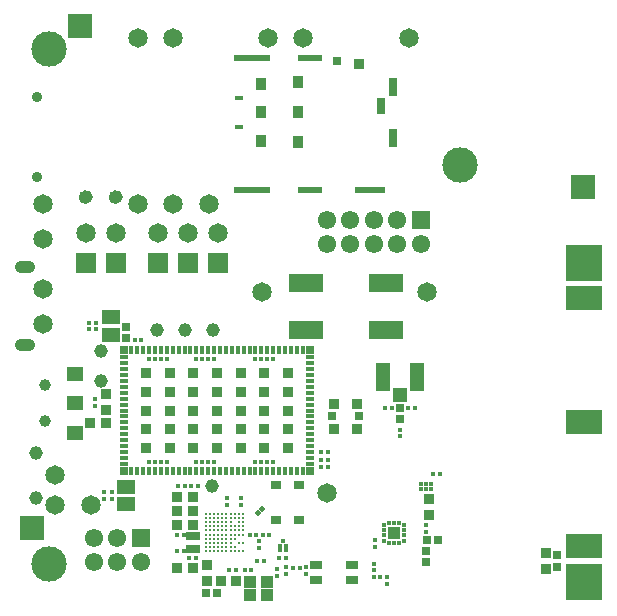
<source format=gts>
G04*
G04 #@! TF.GenerationSoftware,Altium Limited,Altium Designer,21.0.9 (235)*
G04*
G04 Layer_Color=8388736*
%FSLAX24Y24*%
%MOIN*%
G70*
G04*
G04 #@! TF.SameCoordinates,7913F74A-1B9B-402C-A4C5-A7CF04877313*
G04*
G04*
G04 #@! TF.FilePolarity,Negative*
G04*
G01*
G75*
%ADD66C,0.0240*%
%ADD67C,0.0454*%
%ADD68C,0.0651*%
%ADD69R,0.0166X0.0178*%
%ADD70R,0.0146X0.0157*%
%ADD71R,0.0157X0.0146*%
%ADD72R,0.0611X0.0493*%
%ADD73R,0.0375X0.0355*%
%ADD74R,0.0355X0.0375*%
%ADD75R,0.0257X0.0316*%
%ADD76R,0.0296X0.0257*%
%ADD77R,0.0138X0.0138*%
%ADD78R,0.0454X0.0473*%
%ADD79R,0.0473X0.0926*%
%ADD80R,0.0178X0.0166*%
%ADD81R,0.0336X0.0316*%
%ADD82R,0.0532X0.0454*%
%ADD83R,0.0454X0.0257*%
%ADD84C,0.0110*%
%ADD85R,0.0375X0.0355*%
%ADD86R,0.0288X0.0257*%
%ADD87R,0.1143X0.0611*%
%ADD88R,0.1143X0.0607*%
%ADD89R,0.0434X0.0276*%
%ADD90R,0.0787X0.0787*%
%ADD91R,0.0336X0.0414*%
%ADD92R,0.0296X0.0178*%
%ADD93R,0.1202X0.0237*%
%ADD94R,0.0808X0.0237*%
%ADD95R,0.0296X0.0296*%
%ADD96R,0.0336X0.0355*%
%ADD97R,0.0257X0.0611*%
%ADD98R,0.0316X0.0532*%
%ADD99R,0.1005X0.0237*%
%ADD100R,0.0354X0.0354*%
%ADD101R,0.0157X0.0157*%
%ADD102R,0.0252X0.0157*%
%ADD103R,0.0157X0.0252*%
%ADD104R,0.0252X0.0252*%
%ADD105R,0.1241X0.1241*%
%ADD106R,0.1241X0.0847*%
%ADD107R,0.0257X0.0296*%
%ADD108R,0.0158X0.0139*%
%ADD109R,0.0316X0.0257*%
%ADD110R,0.0434X0.0395*%
%ADD111C,0.0139*%
%ADD112R,0.0441X0.0441*%
%ADD113R,0.0146X0.0138*%
%ADD114R,0.0138X0.0146*%
%ADD115R,0.0787X0.0787*%
G04:AMPARAMS|DCode=116|XSize=17.8mil|YSize=16.6mil|CornerRadius=0mil|HoleSize=0mil|Usage=FLASHONLY|Rotation=135.000|XOffset=0mil|YOffset=0mil|HoleType=Round|Shape=Rectangle|*
%AMROTATEDRECTD116*
4,1,4,0.0122,-0.0004,0.0004,-0.0122,-0.0122,0.0004,-0.0004,0.0122,0.0122,-0.0004,0.0*
%
%ADD116ROTATEDRECTD116*%

%ADD117C,0.0611*%
%ADD118R,0.0611X0.0611*%
%ADD119C,0.0395*%
%ADD120C,0.0462*%
%ADD121O,0.0690X0.0414*%
%ADD122C,0.1181*%
%ADD123C,0.0354*%
%ADD124R,0.0651X0.0651*%
D66*
X2689Y13600D02*
G03*
X2689Y13600I-110J0D01*
G01*
X2711D02*
G03*
X2711Y13600I-110J0D01*
G01*
X3711D02*
G03*
X3711Y13600I-110J0D01*
G01*
X3689D02*
G03*
X3689Y13600I-110J0D01*
G01*
D67*
X3110Y8465D02*
D03*
Y7480D02*
D03*
X6831Y9154D02*
D03*
X5906D02*
D03*
X4980D02*
D03*
X6800Y3958D02*
D03*
D68*
X2756Y3346D02*
D03*
X13976Y10433D02*
D03*
X8465D02*
D03*
X1181Y9370D02*
D03*
X6693Y13386D02*
D03*
X1575Y4331D02*
D03*
X1575Y3346D02*
D03*
X1181Y10551D02*
D03*
X1181Y12205D02*
D03*
X1181Y13386D02*
D03*
X5512Y13386D02*
D03*
X4331D02*
D03*
X13386Y18898D02*
D03*
X9843D02*
D03*
X5512D02*
D03*
X4331D02*
D03*
X8661D02*
D03*
X10630Y3740D02*
D03*
X2590Y12400D02*
D03*
X3590D02*
D03*
X6990Y12400D02*
D03*
X5990Y12400D02*
D03*
X4990Y12400D02*
D03*
D69*
X6342Y3970D02*
D03*
X6118D02*
D03*
X4445Y8830D02*
D03*
X4221D02*
D03*
X9051Y1555D02*
D03*
X9276D02*
D03*
X14170Y4369D02*
D03*
X14395Y4369D02*
D03*
X7381Y1169D02*
D03*
X7606Y1169D02*
D03*
X8112Y1169D02*
D03*
X7888D02*
D03*
X8527Y1466D02*
D03*
X8302D02*
D03*
X10662Y4600D02*
D03*
X10438D02*
D03*
X10662Y4850D02*
D03*
X10438D02*
D03*
X10662Y5100D02*
D03*
X10438D02*
D03*
X8059Y2353D02*
D03*
X8283D02*
D03*
X6041Y1582D02*
D03*
X6266D02*
D03*
X12193Y929D02*
D03*
X12417D02*
D03*
X9499Y1250D02*
D03*
X9723D02*
D03*
X5862Y1820D02*
D03*
X5638D02*
D03*
X5862Y2340D02*
D03*
X5638D02*
D03*
X8489Y2353D02*
D03*
X8713D02*
D03*
D70*
X5678Y3970D02*
D03*
X5902D02*
D03*
X12564Y6575D02*
D03*
X12789D02*
D03*
X13352D02*
D03*
X13577D02*
D03*
D71*
X2945Y9415D02*
D03*
Y9190D02*
D03*
X2689Y9415D02*
D03*
Y9190D02*
D03*
X2916Y6650D02*
D03*
Y6875D02*
D03*
X3457Y3765D02*
D03*
Y3540D02*
D03*
X3201Y3765D02*
D03*
Y3540D02*
D03*
X13070Y5629D02*
D03*
Y5853D02*
D03*
D72*
X3939Y3948D02*
D03*
Y3357D02*
D03*
X3428Y9597D02*
D03*
Y9007D02*
D03*
D73*
X3270Y7028D02*
D03*
Y6497D02*
D03*
X14037Y3535D02*
D03*
Y3004D02*
D03*
X17920Y1746D02*
D03*
Y1214D02*
D03*
X6633Y816D02*
D03*
Y1347D02*
D03*
D74*
X2729Y6054D02*
D03*
X3260D02*
D03*
X7619Y792D02*
D03*
X7088D02*
D03*
X6156Y1240D02*
D03*
X5624D02*
D03*
X6157Y2684D02*
D03*
X5625D02*
D03*
X5625Y3604D02*
D03*
X6157D02*
D03*
X5625Y3144D02*
D03*
X6157D02*
D03*
D75*
X3949Y8908D02*
D03*
Y9282D02*
D03*
X13935Y1806D02*
D03*
Y1432D02*
D03*
X13071Y6565D02*
D03*
Y6191D02*
D03*
D76*
X14350Y2168D02*
D03*
X13956D02*
D03*
D77*
X13780Y3886D02*
D03*
X13937Y3886D02*
D03*
X14094Y3886D02*
D03*
X13780Y4043D02*
D03*
X13937Y4043D02*
D03*
X14094Y4043D02*
D03*
D78*
X13071Y6998D02*
D03*
D79*
X13652Y7598D02*
D03*
X12490Y7598D02*
D03*
D80*
X13935Y2671D02*
D03*
Y2447D02*
D03*
X9281Y1262D02*
D03*
Y1038D02*
D03*
X8386Y2135D02*
D03*
Y1911D02*
D03*
X8970Y968D02*
D03*
Y1192D02*
D03*
X12193Y1381D02*
D03*
Y1157D02*
D03*
X12633Y707D02*
D03*
X12633Y931D02*
D03*
X12243Y2161D02*
D03*
Y1937D02*
D03*
X7303Y3349D02*
D03*
Y3574D02*
D03*
X7774Y3349D02*
D03*
Y3574D02*
D03*
X9941Y1262D02*
D03*
Y1038D02*
D03*
D81*
X9694Y3988D02*
D03*
X8946D02*
D03*
X9694Y2827D02*
D03*
X8946D02*
D03*
D82*
X2244Y5748D02*
D03*
Y6732D02*
D03*
Y7717D02*
D03*
D83*
X6170Y1861D02*
D03*
Y2295D02*
D03*
D84*
X7696Y1802D02*
D03*
X7558D02*
D03*
X7420D02*
D03*
X7282D02*
D03*
X7145D02*
D03*
X7007D02*
D03*
X6869D02*
D03*
X6731D02*
D03*
X6593D02*
D03*
X7558Y1939D02*
D03*
X7420D02*
D03*
X7282D02*
D03*
X7145D02*
D03*
X7007D02*
D03*
X6869D02*
D03*
X6731D02*
D03*
X6593D02*
D03*
X7420Y2077D02*
D03*
X7282D02*
D03*
X7145D02*
D03*
X7007D02*
D03*
X6869D02*
D03*
X6731D02*
D03*
X6593D02*
D03*
X7558Y2215D02*
D03*
X7420D02*
D03*
X7282D02*
D03*
X7145D02*
D03*
X7007D02*
D03*
X6869D02*
D03*
X6731D02*
D03*
X6593D02*
D03*
X7834Y2353D02*
D03*
X7696D02*
D03*
X7558D02*
D03*
X7420D02*
D03*
X7282D02*
D03*
X7145D02*
D03*
X7007D02*
D03*
X6869D02*
D03*
X6731D02*
D03*
X6593D02*
D03*
X7834Y2491D02*
D03*
X7696D02*
D03*
X7558D02*
D03*
X7420D02*
D03*
X7282D02*
D03*
X7145D02*
D03*
X7007D02*
D03*
X6869D02*
D03*
X6731D02*
D03*
X6593D02*
D03*
X7834Y2628D02*
D03*
X7696D02*
D03*
X7558D02*
D03*
X7420D02*
D03*
X7282D02*
D03*
X7145D02*
D03*
X7007D02*
D03*
X6869D02*
D03*
X6731D02*
D03*
X6593D02*
D03*
X7834Y2766D02*
D03*
X7696D02*
D03*
X7420D02*
D03*
X7282D02*
D03*
X7145D02*
D03*
X7007D02*
D03*
X6869D02*
D03*
X6731D02*
D03*
X6593D02*
D03*
X7834Y2904D02*
D03*
X7696D02*
D03*
X7558D02*
D03*
X7420D02*
D03*
X7282D02*
D03*
X7145D02*
D03*
X7007D02*
D03*
X6869D02*
D03*
X6731D02*
D03*
X6593D02*
D03*
X7834Y3042D02*
D03*
X7696D02*
D03*
X7558D02*
D03*
X7420D02*
D03*
X7282D02*
D03*
X7145D02*
D03*
X7007D02*
D03*
X6869D02*
D03*
X6731D02*
D03*
X7834Y1802D02*
D03*
X7696Y2077D02*
D03*
X7834D02*
D03*
X6593Y3042D02*
D03*
D85*
X10881Y5887D02*
D03*
Y6694D02*
D03*
X11629D02*
D03*
Y5887D02*
D03*
D86*
X10799Y6290D02*
D03*
X11712D02*
D03*
D87*
X12589Y9173D02*
D03*
Y10748D02*
D03*
X9931Y9173D02*
D03*
D88*
Y10748D02*
D03*
D89*
X10272Y824D02*
D03*
Y1336D02*
D03*
X11453Y824D02*
D03*
Y1336D02*
D03*
D90*
X19173Y13937D02*
D03*
X787Y2559D02*
D03*
D91*
X9671Y17421D02*
D03*
Y16421D02*
D03*
Y15421D02*
D03*
X8423Y17381D02*
D03*
Y16421D02*
D03*
Y15460D02*
D03*
D92*
X7695Y16901D02*
D03*
Y15940D02*
D03*
D93*
X8147Y18230D02*
D03*
Y13830D02*
D03*
D94*
X10057Y18230D02*
D03*
Y13830D02*
D03*
D95*
X10982Y18141D02*
D03*
D96*
X11691Y18033D02*
D03*
D97*
X12852Y17287D02*
D03*
Y15554D02*
D03*
D98*
X12429Y16637D02*
D03*
D99*
X12084Y13830D02*
D03*
D100*
X9333Y7747D02*
D03*
Y5227D02*
D03*
Y6487D02*
D03*
Y5857D02*
D03*
Y7117D02*
D03*
X8546Y5227D02*
D03*
Y6487D02*
D03*
Y5857D02*
D03*
Y7117D02*
D03*
Y7747D02*
D03*
X6971Y5227D02*
D03*
Y6487D02*
D03*
Y5857D02*
D03*
Y7117D02*
D03*
Y7747D02*
D03*
X7758Y5227D02*
D03*
Y6487D02*
D03*
Y5857D02*
D03*
Y7117D02*
D03*
Y7747D02*
D03*
X6183Y5227D02*
D03*
Y6487D02*
D03*
Y5857D02*
D03*
Y7117D02*
D03*
Y7747D02*
D03*
X5396D02*
D03*
Y7117D02*
D03*
Y5857D02*
D03*
Y6487D02*
D03*
Y5227D02*
D03*
X4609D02*
D03*
Y6487D02*
D03*
Y5857D02*
D03*
Y7117D02*
D03*
Y7747D02*
D03*
D101*
X8644Y4774D02*
D03*
X8447D02*
D03*
X8841D02*
D03*
X8250D02*
D03*
X6282D02*
D03*
X6676D02*
D03*
X6479D02*
D03*
X6872D02*
D03*
X5298D02*
D03*
X4904D02*
D03*
X5101D02*
D03*
X4707D02*
D03*
X8644Y8200D02*
D03*
X8447D02*
D03*
X8841D02*
D03*
X8250D02*
D03*
X6282D02*
D03*
X6676D02*
D03*
X6479D02*
D03*
X6872D02*
D03*
X5298D02*
D03*
X4904D02*
D03*
X5101D02*
D03*
X4707D02*
D03*
D102*
X3872Y4715D02*
D03*
X10069Y6093D02*
D03*
X3872Y8259D02*
D03*
Y8062D02*
D03*
Y7865D02*
D03*
Y7668D02*
D03*
Y7471D02*
D03*
Y7274D02*
D03*
Y7078D02*
D03*
Y6881D02*
D03*
Y6684D02*
D03*
Y6487D02*
D03*
Y6290D02*
D03*
Y6093D02*
D03*
Y5896D02*
D03*
Y5700D02*
D03*
Y5503D02*
D03*
Y5306D02*
D03*
Y5109D02*
D03*
Y4912D02*
D03*
X10069Y4715D02*
D03*
Y4912D02*
D03*
Y5109D02*
D03*
Y5306D02*
D03*
Y5503D02*
D03*
Y5700D02*
D03*
Y5896D02*
D03*
Y6290D02*
D03*
Y6487D02*
D03*
Y6684D02*
D03*
Y6881D02*
D03*
Y7078D02*
D03*
Y7274D02*
D03*
Y7471D02*
D03*
Y7668D02*
D03*
Y7865D02*
D03*
Y8062D02*
D03*
Y8259D02*
D03*
D103*
X9825Y4471D02*
D03*
X4117D02*
D03*
X4313D02*
D03*
X4510D02*
D03*
X4707D02*
D03*
X4904D02*
D03*
X5101D02*
D03*
X5298D02*
D03*
X5494D02*
D03*
X5691D02*
D03*
X5888D02*
D03*
X6085D02*
D03*
X6282D02*
D03*
X6479D02*
D03*
X6676D02*
D03*
X6872D02*
D03*
X7069D02*
D03*
X7266D02*
D03*
X7463D02*
D03*
X7660D02*
D03*
X7857D02*
D03*
X8054D02*
D03*
X8250D02*
D03*
X8447D02*
D03*
X8644D02*
D03*
X8841D02*
D03*
X9038D02*
D03*
X9235D02*
D03*
X9431D02*
D03*
X9628D02*
D03*
X9825Y8503D02*
D03*
X9628D02*
D03*
X9431D02*
D03*
X9235D02*
D03*
X9038D02*
D03*
X8841D02*
D03*
X8644D02*
D03*
X8447D02*
D03*
X8250D02*
D03*
X8054D02*
D03*
X7857D02*
D03*
X7660D02*
D03*
X7463D02*
D03*
X7266D02*
D03*
X7069D02*
D03*
X6872D02*
D03*
X6676D02*
D03*
X6479D02*
D03*
X6282D02*
D03*
X6085D02*
D03*
X5888D02*
D03*
X5691D02*
D03*
X5494D02*
D03*
X5298D02*
D03*
X5101D02*
D03*
X4904D02*
D03*
X4707D02*
D03*
X4510D02*
D03*
X4313D02*
D03*
X4117D02*
D03*
D104*
X10069Y4471D02*
D03*
X3872D02*
D03*
X10069Y8503D02*
D03*
X3872D02*
D03*
D105*
X19193Y11417D02*
D03*
Y787D02*
D03*
D106*
Y1969D02*
D03*
Y10236D02*
D03*
Y6102D02*
D03*
D107*
X18300Y1283D02*
D03*
Y1677D02*
D03*
D108*
X9065Y1821D02*
D03*
Y1978D02*
D03*
X9262Y1821D02*
D03*
Y1978D02*
D03*
X9163Y2136D02*
D03*
D109*
X6594Y402D02*
D03*
X6968D02*
D03*
D110*
X8635Y324D02*
D03*
Y776D02*
D03*
X8065Y776D02*
D03*
X8065Y324D02*
D03*
D111*
X2457Y13600D02*
D03*
X2723D02*
D03*
X3723Y13600D02*
D03*
X3457D02*
D03*
D112*
X12863Y2419D02*
D03*
D113*
X12705Y2751D02*
D03*
X12863D02*
D03*
X13020D02*
D03*
Y2086D02*
D03*
X12863D02*
D03*
X12705D02*
D03*
D114*
X13195Y2684D02*
D03*
Y2507D02*
D03*
Y2330D02*
D03*
Y2153D02*
D03*
X12530D02*
D03*
Y2330D02*
D03*
X12530Y2507D02*
D03*
X12530Y2684D02*
D03*
D115*
X2402Y19291D02*
D03*
D116*
X8324Y3060D02*
D03*
X8483Y3218D02*
D03*
D117*
X2854Y2224D02*
D03*
X3642D02*
D03*
X4429Y1437D02*
D03*
X3642D02*
D03*
X2854D02*
D03*
X11407Y12835D02*
D03*
X12195D02*
D03*
X12982D02*
D03*
X13770Y12047D02*
D03*
X12982D02*
D03*
X12195D02*
D03*
X11407D02*
D03*
X10620D02*
D03*
Y12835D02*
D03*
D118*
X4429Y2224D02*
D03*
X13770Y12835D02*
D03*
D119*
X1220Y7323D02*
D03*
X1220Y6142D02*
D03*
D120*
X937Y3573D02*
D03*
Y5073D02*
D03*
D121*
X571Y8661D02*
D03*
Y11260D02*
D03*
D122*
X15071Y14685D02*
D03*
X1378Y18543D02*
D03*
Y1378D02*
D03*
D123*
X974Y14260D02*
D03*
Y16937D02*
D03*
D124*
X2590Y11400D02*
D03*
X3590D02*
D03*
X6990Y11400D02*
D03*
X5990Y11400D02*
D03*
X4990Y11400D02*
D03*
M02*

</source>
